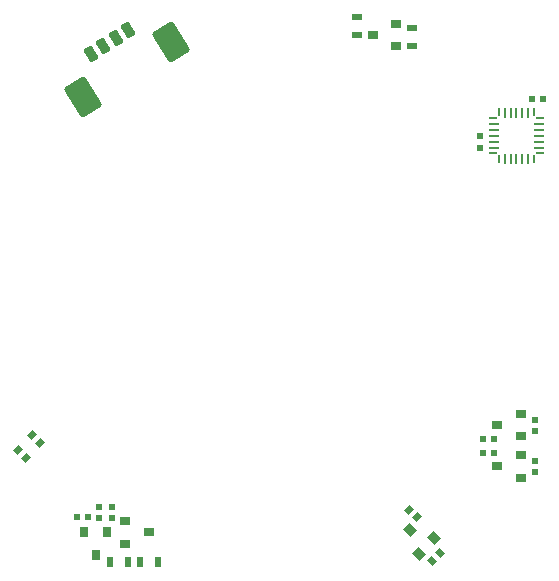
<source format=gbp>
G04 #@! TF.GenerationSoftware,KiCad,Pcbnew,6.0.0-d3dd2cf0fa~116~ubuntu20.04.1*
G04 #@! TF.CreationDate,2022-01-19T00:51:46+01:00*
G04 #@! TF.ProjectId,lensmount,6c656e73-6d6f-4756-9e74-2e6b69636164,rev?*
G04 #@! TF.SameCoordinates,Original*
G04 #@! TF.FileFunction,Paste,Bot*
G04 #@! TF.FilePolarity,Positive*
%FSLAX46Y46*%
G04 Gerber Fmt 4.6, Leading zero omitted, Abs format (unit mm)*
G04 Created by KiCad (PCBNEW 6.0.0-d3dd2cf0fa~116~ubuntu20.04.1) date 2022-01-19 00:51:46*
%MOMM*%
%LPD*%
G01*
G04 APERTURE LIST*
G04 Aperture macros list*
%AMRoundRect*
0 Rectangle with rounded corners*
0 $1 Rounding radius*
0 $2 $3 $4 $5 $6 $7 $8 $9 X,Y pos of 4 corners*
0 Add a 4 corners polygon primitive as box body*
4,1,4,$2,$3,$4,$5,$6,$7,$8,$9,$2,$3,0*
0 Add four circle primitives for the rounded corners*
1,1,$1+$1,$2,$3*
1,1,$1+$1,$4,$5*
1,1,$1+$1,$6,$7*
1,1,$1+$1,$8,$9*
0 Add four rect primitives between the rounded corners*
20,1,$1+$1,$2,$3,$4,$5,0*
20,1,$1+$1,$4,$5,$6,$7,0*
20,1,$1+$1,$6,$7,$8,$9,0*
20,1,$1+$1,$8,$9,$2,$3,0*%
%AMRotRect*
0 Rectangle, with rotation*
0 The origin of the aperture is its center*
0 $1 length*
0 $2 width*
0 $3 Rotation angle, in degrees counterclockwise*
0 Add horizontal line*
21,1,$1,$2,0,0,$3*%
%AMFreePoly0*
4,1,17,0.053642,0.377500,0.080000,0.377500,0.111820,0.364320,0.125000,0.332500,0.125000,-0.332500,0.111820,-0.364320,0.080000,-0.377500,-0.080000,-0.377500,-0.111820,-0.364320,-0.125000,-0.332500,-0.125000,0.198860,-0.111820,0.230680,0.021819,0.364318,0.021820,0.364320,0.031140,0.368181,0.053640,0.377501,0.053642,0.377500,0.053642,0.377500,$1*%
%AMFreePoly1*
4,1,17,-0.021820,0.364320,0.111818,0.230681,0.111820,0.230680,0.111820,0.230679,0.125001,0.198860,0.125000,0.198858,0.125000,-0.332500,0.111820,-0.364320,0.080000,-0.377500,-0.080000,-0.377500,-0.111820,-0.364320,-0.125000,-0.332500,-0.125000,0.332500,-0.111820,0.364320,-0.080000,0.377500,-0.053640,0.377500,-0.021820,0.364320,-0.021820,0.364320,$1*%
%AMFreePoly2*
4,1,17,0.364320,0.111820,0.377500,0.080000,0.377500,-0.080000,0.364320,-0.111820,0.332500,-0.125000,-0.198858,-0.125000,-0.198860,-0.125001,-0.221360,-0.115681,-0.230680,-0.111820,-0.230681,-0.111818,-0.364320,0.021820,-0.377500,0.053640,-0.377500,0.080000,-0.364320,0.111820,-0.332500,0.125000,0.332500,0.125000,0.364320,0.111820,0.364320,0.111820,$1*%
%AMFreePoly3*
4,1,17,-0.198858,0.125000,0.332500,0.125000,0.364320,0.111820,0.377500,0.080000,0.377500,-0.080000,0.364320,-0.111820,0.332500,-0.125000,-0.332500,-0.125000,-0.364320,-0.111820,-0.377500,-0.080000,-0.377500,-0.053640,-0.364320,-0.021820,-0.230681,0.111818,-0.230680,0.111820,-0.221360,0.115681,-0.198860,0.125001,-0.198858,0.125000,-0.198858,0.125000,$1*%
%AMFreePoly4*
4,1,17,0.111820,0.364320,0.125000,0.332500,0.125000,-0.198858,0.125001,-0.198860,0.115681,-0.221360,0.111820,-0.230680,0.111818,-0.230681,-0.021820,-0.364320,-0.053640,-0.377500,-0.080000,-0.377500,-0.111820,-0.364320,-0.125000,-0.332500,-0.125000,0.332500,-0.111820,0.364320,-0.080000,0.377500,0.080000,0.377500,0.111820,0.364320,0.111820,0.364320,$1*%
%AMFreePoly5*
4,1,17,0.111820,0.364320,0.125000,0.332500,0.125000,-0.332500,0.111820,-0.364320,0.080000,-0.377500,0.053642,-0.377500,0.053640,-0.377501,0.031140,-0.368181,0.021820,-0.364320,0.021819,-0.364318,-0.111820,-0.230680,-0.125000,-0.198860,-0.125000,0.332500,-0.111820,0.364320,-0.080000,0.377500,0.080000,0.377500,0.111820,0.364320,0.111820,0.364320,$1*%
%AMFreePoly6*
4,1,17,0.230680,0.111820,0.364318,-0.021819,0.364320,-0.021820,0.364320,-0.021821,0.377501,-0.053640,0.377500,-0.053642,0.377500,-0.080000,0.364320,-0.111820,0.332500,-0.125000,-0.332500,-0.125000,-0.364320,-0.111820,-0.377500,-0.080000,-0.377500,0.080000,-0.364320,0.111820,-0.332500,0.125000,0.198860,0.125000,0.230680,0.111820,0.230680,0.111820,$1*%
%AMFreePoly7*
4,1,17,0.364320,0.111820,0.377500,0.080000,0.377500,0.053642,0.377501,0.053640,0.369779,0.035000,0.364320,0.021820,0.364318,0.021819,0.230680,-0.111820,0.198860,-0.125000,-0.332500,-0.125000,-0.364320,-0.111820,-0.377500,-0.080000,-0.377500,0.080000,-0.364320,0.111820,-0.332500,0.125000,0.332500,0.125000,0.364320,0.111820,0.364320,0.111820,$1*%
G04 Aperture macros list end*
%ADD10FreePoly0,180.000000*%
%ADD11RoundRect,0.062500X0.062500X0.375000X-0.062500X0.375000X-0.062500X-0.375000X0.062500X-0.375000X0*%
%ADD12FreePoly1,180.000000*%
%ADD13FreePoly2,180.000000*%
%ADD14RoundRect,0.062500X0.375000X0.062500X-0.375000X0.062500X-0.375000X-0.062500X0.375000X-0.062500X0*%
%ADD15FreePoly3,180.000000*%
%ADD16FreePoly4,180.000000*%
%ADD17FreePoly5,180.000000*%
%ADD18FreePoly6,180.000000*%
%ADD19FreePoly7,180.000000*%
%ADD20RoundRect,0.250001X0.016039X1.483994X-1.340836X0.636124X-0.016039X-1.483994X1.340836X-0.636124X0*%
%ADD21RoundRect,0.200000X-0.068854X0.487605X-0.408073X0.275638X0.068854X-0.487605X0.408073X-0.275638X0*%
%ADD22RotRect,0.500000X0.600000X135.000000*%
%ADD23R,0.500000X0.600000*%
%ADD24R,0.600000X0.500000*%
%ADD25R,0.800000X0.900000*%
%ADD26R,0.900000X0.800000*%
%ADD27RotRect,0.500000X0.600000X315.000000*%
%ADD28RotRect,0.500000X0.600000X225.000000*%
%ADD29RotRect,0.900000X0.800000X135.000000*%
%ADD30R,0.600000X0.900000*%
%ADD31R,0.900000X0.600000*%
G04 APERTURE END LIST*
D10*
X122625000Y-84627500D03*
D11*
X122125000Y-84687500D03*
X121625000Y-84687500D03*
X121125000Y-84687500D03*
X120625000Y-84687500D03*
X120125000Y-84687500D03*
D12*
X119625000Y-84627500D03*
D13*
X119127500Y-85125000D03*
D14*
X119187500Y-85625000D03*
X119187500Y-86125000D03*
X119187500Y-86625000D03*
X119187500Y-87125000D03*
X119187500Y-87625000D03*
D15*
X119127500Y-88125000D03*
D16*
X119625000Y-88622500D03*
D11*
X120125000Y-88562500D03*
X120625000Y-88562500D03*
X121125000Y-88562500D03*
X121625000Y-88562500D03*
X122125000Y-88562500D03*
D17*
X122625000Y-88622500D03*
D18*
X123122500Y-88125000D03*
D14*
X123062500Y-87625000D03*
X123062500Y-87125000D03*
X123062500Y-86625000D03*
X123062500Y-86125000D03*
X123062500Y-85625000D03*
D19*
X123122500Y-85125000D03*
D20*
X84392266Y-83366965D03*
X91897492Y-78677179D03*
D21*
X85097511Y-79683539D03*
X86157571Y-79021139D03*
X87217631Y-78358740D03*
X88277691Y-77696341D03*
D22*
X78917660Y-113217660D03*
X79582340Y-113882340D03*
D23*
X83880000Y-118900000D03*
X84820000Y-118900000D03*
D22*
X80117660Y-111942660D03*
X80782340Y-112607340D03*
D24*
X86850000Y-118970000D03*
X86850000Y-118030000D03*
D25*
X85500000Y-122150000D03*
X86450000Y-120150000D03*
X84550000Y-120150000D03*
D26*
X90000000Y-120200000D03*
X88000000Y-119250000D03*
X88000000Y-121150000D03*
X108965901Y-78071967D03*
X110965901Y-79021967D03*
X110965901Y-77121967D03*
D24*
X85800000Y-118970000D03*
X85800000Y-118030000D03*
D23*
X119195000Y-112275000D03*
X118255000Y-112275000D03*
D27*
X112692695Y-118935284D03*
X112028015Y-118270604D03*
D23*
X119195000Y-113475000D03*
X118255000Y-113475000D03*
D24*
X122700000Y-111620000D03*
X122700000Y-110680000D03*
D28*
X113992660Y-122607340D03*
X114657340Y-121942660D03*
D24*
X122700000Y-115120000D03*
X122700000Y-114180000D03*
D26*
X119500000Y-111125000D03*
X121500000Y-112075000D03*
X121500000Y-110175000D03*
D29*
X112095190Y-119964124D03*
X112837652Y-122050089D03*
X114181155Y-120706586D03*
D26*
X119500000Y-114625000D03*
X121500000Y-115575000D03*
X121500000Y-113675000D03*
D30*
X88200000Y-122700000D03*
X86700000Y-122700000D03*
X90750000Y-122700000D03*
X89250000Y-122700000D03*
D31*
X112299353Y-77525000D03*
X112299353Y-79025000D03*
X107600000Y-76575000D03*
X107600000Y-78075000D03*
D23*
X122430000Y-83500000D03*
X123370000Y-83500000D03*
D24*
X118000000Y-87620000D03*
X118000000Y-86680000D03*
M02*

</source>
